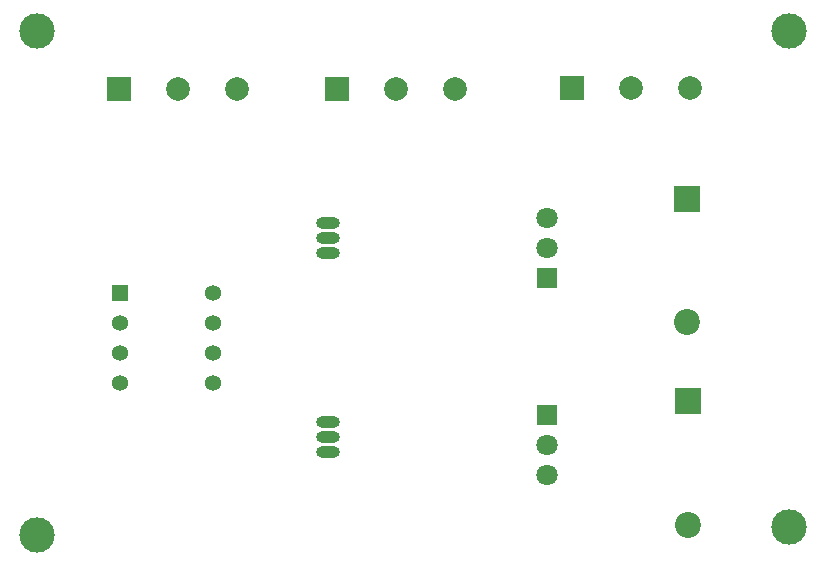
<source format=gtl>
%FSDAX24Y24*%
%MOIN*%
%SFA1B1*%

%IPPOS*%
%ADD10R,0.070866X0.070866*%
%ADD11C,0.070866*%
%ADD12C,0.118110*%
%ADD13R,0.078740X0.078740*%
%ADD14C,0.078740*%
%ADD15O,0.078740X0.039370*%
%ADD16O,0.078740X0.039370*%
%ADD17R,0.053543X0.053543*%
%ADD18C,0.053543*%
%ADD19C,0.086614*%
%ADD20R,0.086614X0.086614*%
%LNpcb2-1*%
%LPD*%
G54D10*
X018350Y005357D03*
Y009900D03*
G54D11*
X018350Y004353D03*
Y003350D03*
Y010900D03*
Y011900D03*
G54D12*
X026400Y018150D03*
Y001600D03*
X001350Y001350D03*
Y018150D03*
G54D13*
X004081Y016200D03*
X019181Y016250D03*
X011331Y016200D03*
G54D14*
X006050Y016200D03*
X008018D03*
X021150Y016250D03*
X023118D03*
X013300Y016200D03*
X015268D03*
G54D15*
X011050Y011750D03*
Y010750D03*
Y004100D03*
Y005100D03*
G54D16*
X011050Y011250D03*
Y004600D03*
G54D17*
X004087Y009400D03*
G54D18*
X004087Y008400D03*
Y007400D03*
Y006400D03*
X007212D03*
Y007400D03*
Y008400D03*
Y009400D03*
G54D19*
X023000Y008440D03*
X023050Y001690D03*
G54D20*
X023000Y012559D03*
X023050Y005809D03*
M02*
</source>
